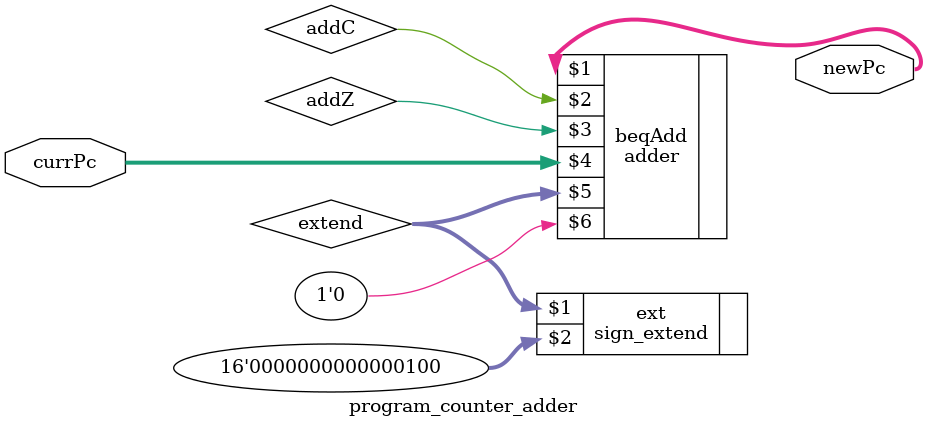
<source format=v>
module program_counter_adder (output [31:0] newPc, input [31:0] currPc);
	wire addC, addZ;
	wire [31:0] extend;
	sign_extend ext (extend, 16'd4);//??
	adder beqAdd (newPc, addC, addZ, currPc, extend, 1'b0);
endmodule
</source>
